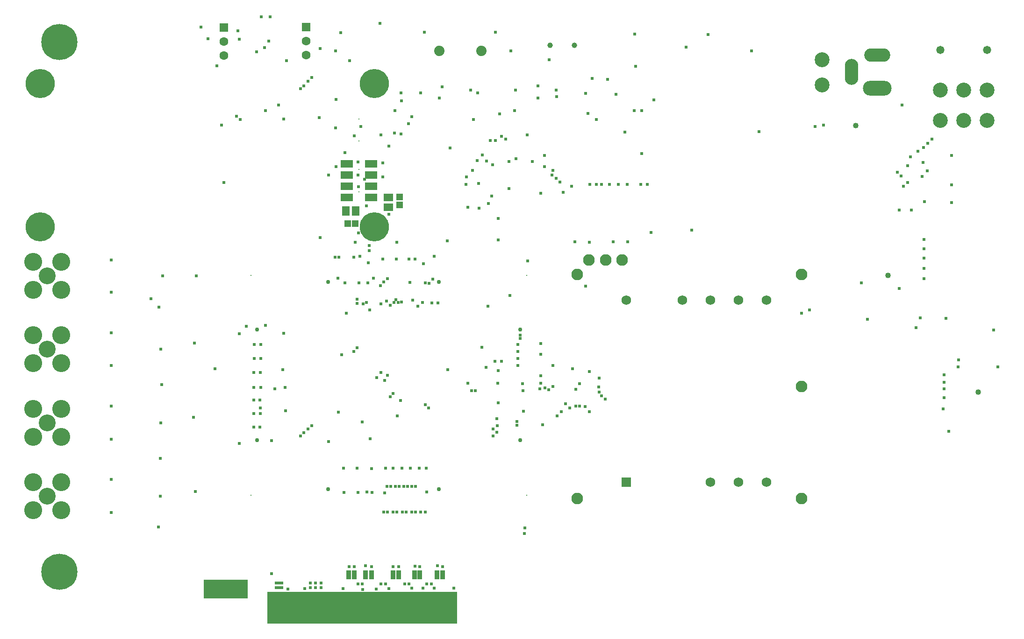
<source format=gbs>
%FSTAX23Y23*%
%MOIN*%
%SFA1B1*%

%IPPOS*%
%ADD84R,0.314960X0.135830*%
%ADD85R,1.354330X0.230320*%
%ADD86R,0.036000X0.173000*%
%ADD87R,0.036000X0.134000*%
%ADD93R,0.065090X0.053280*%
%ADD95R,0.049340X0.051310*%
%ADD97R,0.051310X0.049340*%
%ADD134R,0.053280X0.065090*%
%ADD138R,0.090870X0.052090*%
%ADD141C,0.008000*%
%ADD142C,0.120000*%
%ADD143C,0.128000*%
%ADD144C,0.029660*%
%ADD145R,0.008000X0.008000*%
%ADD146C,0.039500*%
%ADD147C,0.073980*%
%ADD148C,0.069020*%
%ADD149R,0.069020X0.069020*%
%ADD150C,0.083000*%
%ADD151C,0.106420*%
%ADD152O,0.204850X0.106420*%
%ADD153O,0.185170X0.096580*%
%ADD154O,0.096580X0.185170*%
%ADD155C,0.063000*%
%ADD156R,0.063000X0.063000*%
%ADD157C,0.058000*%
%ADD158C,0.258000*%
%ADD159C,0.024000*%
%ADD160C,0.040000*%
%ADD161C,0.208000*%
%ADD186R,0.033200X0.034770*%
%LNtimingcard_pcb-1*%
%LPD*%
G54D84*
X0147Y00245D03*
G54D85*
X02446Y00111D03*
G54D86*
X01915Y00137D03*
X02545D03*
X02624D03*
X02899D03*
X03057D03*
X02742D03*
X02938D03*
X02781D03*
X02309D03*
X02427D03*
X02584D03*
X02072D03*
X02033D03*
X01994D03*
X01954D03*
X0219D03*
X02348D03*
X02387D03*
X02466D03*
X02505D03*
X0282D03*
X02663D03*
X0286D03*
X02978D03*
X03017D03*
X02702D03*
X02112D03*
X02151D03*
X01836D03*
X01875D03*
X03096D03*
G54D87*
X01797Y00157D03*
G54D93*
X02632Y03042D03*
Y02971D03*
G54D95*
X02341Y02854D03*
X02396D03*
G54D97*
X02712Y03043D03*
Y02988D03*
G54D134*
X02327Y02944D03*
X02398D03*
G54D138*
X02334Y03279D03*
Y032D03*
Y03121D03*
Y03042D03*
X02509Y03279D03*
Y03121D03*
Y032D03*
Y03042D03*
G54D141*
X02422Y03082D03*
Y03239D03*
Y03443D03*
Y03601D03*
G54D142*
X00199Y02481D03*
Y01956D03*
Y01431D03*
Y00906D03*
G54D143*
X00299Y02581D03*
Y02381D03*
X00099D03*
Y02581D03*
X00299Y02056D03*
Y01856D03*
X00099D03*
Y02056D03*
X00299Y01531D03*
Y01331D03*
X00099D03*
Y01531D03*
X00299Y01006D03*
Y00806D03*
X00099D03*
Y01006D03*
G54D144*
X0299Y02437D03*
X03571Y02096D03*
Y01308D03*
X02202Y02437D03*
X01696Y01308D03*
Y02096D03*
X02202Y00957D03*
X0299D03*
G54D145*
X03617Y02485D03*
X01652Y00915D03*
X01651Y02485D03*
X03617Y00915D03*
G54D146*
X03784Y04126D03*
X03958D03*
G54D147*
X02994Y04086D03*
X03294D03*
G54D148*
X05327Y01007D03*
X04327Y02307D03*
X05127Y01007D03*
X04927D03*
X04727Y02307D03*
X04927D03*
X05127D03*
X05327D03*
G54D149*
X04327Y01007D03*
G54D150*
X04298Y02595D03*
X0418D03*
X04062D03*
X03979Y0089D03*
Y02489D03*
X05578D03*
Y01689D03*
Y0089D03*
G54D151*
X05723Y03844D03*
Y04025D03*
X06569Y03806D03*
Y03589D03*
X06734Y03806D03*
Y03589D03*
X069D03*
Y03806D03*
G54D152*
X06119Y03819D03*
G54D153*
X06119Y04056D03*
G54D154*
X05934Y03937D03*
G54D155*
X02043Y04057D03*
Y04157D03*
X01457Y04053D03*
Y04153D03*
G54D156*
X02043Y04257D03*
X01457Y04253D03*
G54D157*
X06569Y04093D03*
X069D03*
G54D158*
X00285Y04152D03*
Y00368D03*
G54D159*
X02645Y0227D03*
X02618Y02299D03*
X02671Y02291D03*
X06978Y0183D03*
X02314Y00933D03*
X02413D03*
X02515D03*
X02905Y00937D03*
X02901Y01106D03*
X0285D03*
X02787D03*
X02728D03*
X02665D03*
X0261D03*
X02511Y01105D03*
X02409Y01106D03*
X02311D03*
X02322Y02429D03*
X02421D03*
X02484D03*
X02783Y02433D03*
X02874Y0229D03*
X02779Y02601D03*
X02688D03*
X0259D03*
X02488Y02574D03*
X02385Y02613D03*
X02279Y02614D03*
X03051Y02732D03*
X03414Y02892D03*
Y02736D03*
X04385Y03661D03*
X04393Y03976D03*
X04318Y03507D03*
X04116Y03597D03*
X03657Y03296D03*
X03747Y01679D03*
X03718Y01713D03*
X03712Y01673D03*
X0359Y01662D03*
X04523Y03736D03*
X0307Y03393D03*
X04438Y03354D03*
X03542Y03318D03*
X03437Y03476D03*
X03622Y03486D03*
X04437Y03661D03*
X04053Y03641D03*
X0333Y03301D03*
X03344Y02996D03*
X03342Y02263D03*
X03368Y0305D03*
X01015Y01705D03*
X01721Y01685D03*
X01003Y01177D03*
X01893Y01685D03*
X0167D03*
X03877Y03078D03*
X03799Y03201D03*
X02633Y02921D03*
X02414Y03199D03*
X02413Y03295D03*
X02591Y03186D03*
X02462Y03172D03*
X0259Y03288D03*
X02418Y03118D03*
X0522Y04086D03*
X02258Y03741D03*
X0272Y03494D03*
X06335Y03147D03*
X06262Y0322D03*
X06287Y03195D03*
X06274Y02949D03*
X06362Y02952D03*
X0645Y02462D03*
Y02535D03*
X06452Y02606D03*
X06451Y02673D03*
X0645Y0274D03*
X06587Y01529D03*
X06594Y01673D03*
Y0161D03*
Y01775D03*
Y0172D03*
X03602Y00641D03*
X02948Y02456D03*
X02252Y02613D03*
X01674Y01989D03*
X03379Y01386D03*
X03732Y01418D03*
X02579Y02281D03*
X02708Y00976D03*
X02803Y02307D03*
X02575Y02412D03*
X03719Y01996D03*
X02685Y02311D03*
X03803Y01691D03*
X02958Y02621D03*
X0245Y02282D03*
X01714Y01595D03*
X03773Y01666D03*
X02606Y00931D03*
X02881Y02566D03*
X03554Y01941D03*
X0292Y02428D03*
X03864Y01511D03*
X03404Y01363D03*
X02841Y02263D03*
X02767Y00976D03*
X0341Y01713D03*
X03414Y01805D03*
X02799Y00976D03*
X03298Y01971D03*
X02894Y02431D03*
X02759Y00795D03*
X03571Y02058D03*
X02726Y02293D03*
X0274Y00976D03*
X02826Y00795D03*
X02821Y02601D03*
X02985Y02287D03*
X02494Y02696D03*
X01822Y01674D03*
X02625Y00795D03*
X03804Y0184D03*
X02702Y02289D03*
X02893Y00795D03*
X02732D03*
X02599Y02436D03*
X01718Y01792D03*
X02475Y02291D03*
X01879Y01811D03*
X03719Y01921D03*
X03554Y01891D03*
X01568Y02067D03*
X01675Y01891D03*
X01567Y01285D03*
X02826Y00976D03*
X02394Y0272D03*
X02942Y02286D03*
X03554Y01991D03*
X03571Y02033D03*
X02692Y00795D03*
X02598D03*
X01719Y01536D03*
X02272Y02463D03*
X02681Y00976D03*
X03594Y01514D03*
X02409Y02314D03*
X03406Y01461D03*
X03392Y01871D03*
X02494Y02661D03*
X03407Y01411D03*
X02499Y02236D03*
X02409Y02283D03*
X02649Y00976D03*
X01718Y01497D03*
X01619Y02121D03*
X02622Y00976D03*
X01798Y01304D03*
X01671Y01792D03*
X02665Y00795D03*
X01671Y01399D03*
X01754Y02126D03*
X02799Y00795D03*
X03924Y01536D03*
X03549Y01441D03*
X01897Y01516D03*
X02624Y02461D03*
X03329Y01826D03*
X03719Y01766D03*
X01884Y02071D03*
X03834Y01481D03*
X0167Y01595D03*
X02862Y00795D03*
X03894Y01566D03*
X01716Y01399D03*
X03224Y01661D03*
X03379Y01336D03*
X01671Y01497D03*
X0233Y02215D03*
X03413Y01573D03*
X03197Y01714D03*
X01721Y01989D03*
Y0189D03*
X03549Y01413D03*
X03439Y0187D03*
X03252Y01661D03*
X03554Y01841D03*
X04039Y03784D03*
X02692Y02721D03*
X02511Y00405D03*
X0261Y00279D03*
X02578D03*
X0298Y00409D03*
X02821Y00407D03*
X02748Y00282D03*
X02469Y0041D03*
X02905Y00279D03*
X02878Y00249D03*
X02854Y00405D03*
X02779Y00279D03*
X02665Y00405D03*
X02704D03*
X0235D03*
X02389D03*
X02937Y00279D03*
X02957Y00251D03*
X03019Y00405D03*
X02447Y00242D03*
X02413Y00279D03*
X02444D03*
X02636Y00247D03*
X02799Y00251D03*
X02546Y00244D03*
X03097Y00251D03*
X01797Y00355D03*
X02034Y00246D03*
X01916Y00244D03*
X02309Y00246D03*
X01393Y01816D03*
X0099Y00687D03*
X04794Y02808D03*
X03183Y03135D03*
X03277Y02963D03*
X03197Y0297D03*
X03491Y03103D03*
X03188Y03187D03*
X0323Y03235D03*
X03358Y03448D03*
X02419Y02788D03*
X02146Y02753D03*
X03275Y03141D03*
X03056Y01811D03*
X02254Y03536D03*
X02579Y03486D03*
X02389Y03481D03*
X02321Y03361D03*
X02434Y03546D03*
X02634Y03406D03*
X00996Y02256D03*
X02004Y01336D03*
X02028Y01361D03*
X02549Y01755D03*
X02473Y0298D03*
X02146Y04103D03*
X02253Y04086D03*
X01408Y0398D03*
X01345Y04175D03*
X00937Y02317D03*
X02353Y04017D03*
X01726Y04329D03*
X01788D03*
X04477Y03135D03*
X04064Y02722D03*
X06628Y01372D03*
X04039Y02406D03*
X04134Y01651D03*
X03994Y01551D03*
X04134Y01751D03*
X04151Y01623D03*
X03968Y01671D03*
X03969Y01552D03*
X03944Y01816D03*
X04131Y01686D03*
X04179Y01601D03*
X04034Y01546D03*
X03996Y01711D03*
X04064Y01796D03*
Y01511D03*
X03263Y03303D03*
X0396Y02724D03*
X01569Y04171D03*
X02076Y00255D03*
Y00287D03*
X02112D03*
X02151D03*
X02112Y00255D03*
X02151D03*
X01832D03*
X01852D03*
X01872D03*
X01832Y00287D03*
X01852D03*
X01872D03*
X06647Y03129D03*
X04339Y02725D03*
X04503Y02789D03*
X03829Y03806D03*
X05577Y02214D03*
X02694Y01481D03*
X02384Y01941D03*
X0383Y03762D03*
X06334Y03266D03*
X03744Y03261D03*
X03395Y04222D03*
X04272Y03135D03*
X05634Y02236D03*
X02626Y0177D03*
X06304Y03121D03*
X03939D03*
X04208Y03135D03*
X02604Y01734D03*
X06649Y03003D03*
X04152Y03135D03*
X02299Y01916D03*
X01248Y02D03*
X02579Y0179D03*
X04068Y03135D03*
X02674Y03501D03*
X04234Y02725D03*
X06456Y03009D03*
X01691Y04079D03*
X02259Y03261D03*
X03374Y03273D03*
X06476Y03231D03*
X04333Y03135D03*
X01557Y04229D03*
X03806Y03235D03*
X01261Y02482D03*
X04114Y03135D03*
X06648Y03341D03*
X02888Y04221D03*
X01749Y0411D03*
X0257Y04283D03*
X01459Y03147D03*
X0144Y03557D03*
X01903Y04018D03*
X0229Y04217D03*
X03623Y02587D03*
X03491Y03297D03*
X03744Y03342D03*
X03394Y03447D03*
X03717Y03072D03*
X02799Y03616D03*
X03589Y01711D03*
X05733Y03556D03*
X05676Y03546D03*
X03603Y00682D03*
X02478Y00937D03*
X06694Y0183D03*
X06699Y01881D03*
X06949Y02095D03*
X06607Y02176D03*
X06395Y02111D03*
X06048Y02171D03*
X06003Y0243D03*
X06274Y02391D03*
X0491Y04203D03*
X04387Y04206D03*
X03777Y04023D03*
X04085Y03892D03*
X04194Y03884D03*
X04431Y03135D03*
X0286Y03787D03*
X02724Y03729D03*
X03531Y0366D03*
X03269Y03788D03*
X01242Y01472D03*
X01256Y00942D03*
X00654Y0079D03*
X00655Y01028D03*
X00654Y01314D03*
X00653Y01551D03*
X00654Y01839D03*
Y02073D03*
Y02365D03*
X00653Y02593D03*
X02206Y01298D03*
X02205Y032D03*
X02502Y01316D03*
X02525Y02463D03*
X03498Y02341D03*
X02429Y02621D03*
X01004Y00906D03*
X02446Y01437D03*
X01008Y0143D03*
X02409Y01967D03*
X01009Y01956D03*
X0102Y02481D03*
X02643Y01616D03*
X02666Y0164D03*
X01884Y03601D03*
X01754Y03661D03*
X03424Y03636D03*
X01549Y03621D03*
X03239Y03596D03*
X01574D03*
X03539Y03806D03*
X03219D03*
X02722Y03786D03*
X02139Y03611D03*
X02084Y03896D03*
X02083Y01411D03*
X02059Y01386D03*
Y03871D03*
X02029Y03836D03*
X01294Y04256D03*
X02004Y03816D03*
X05274Y03511D03*
X02679Y03661D03*
X02774Y03566D03*
X02993Y03751D03*
X03699D03*
X03014Y03831D03*
X03699Y03836D03*
X04254Y03776D03*
X02894Y01561D03*
X02919Y01536D03*
X02274Y01506D03*
X02719Y01591D03*
X06424Y02181D03*
X04754Y04115D03*
X01779Y04156D03*
X03504Y04086D03*
X03854Y03151D03*
X03829Y03176D03*
X06439Y03191D03*
X06354Y03331D03*
X06444Y03291D03*
X03302Y03344D03*
X06409Y03371D03*
X06447Y03396D03*
X06479Y03426D03*
X06509Y03456D03*
X03469D03*
X01849Y03701D03*
X06294D03*
G54D160*
X05964Y03555D03*
X06196Y02484D03*
X06838Y01649D03*
G54D161*
X02531Y03853D03*
Y0283D03*
X00149D03*
Y03853D03*
G54D186*
X02349Y00362D03*
Y00329D03*
X02389D03*
Y00362D03*
X02468D03*
Y00329D03*
X02511D03*
Y00362D03*
X02664Y00329D03*
Y00362D03*
X02704Y00329D03*
Y00362D03*
X02819Y00329D03*
Y00362D03*
X02854D03*
Y00329D03*
X02979D03*
Y00362D03*
X03019Y00329D03*
Y00362D03*
M02*
</source>
